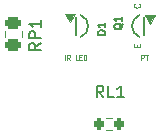
<source format=gto>
G04 #@! TF.GenerationSoftware,KiCad,Pcbnew,(6.0.2-0)*
G04 #@! TF.CreationDate,2022-08-03T13:24:13+02:00*
G04 #@! TF.ProjectId,optical-amoeba,6f707469-6361-46c2-9d61-6d6f6562612e,rev?*
G04 #@! TF.SameCoordinates,Original*
G04 #@! TF.FileFunction,Legend,Top*
G04 #@! TF.FilePolarity,Positive*
%FSLAX46Y46*%
G04 Gerber Fmt 4.6, Leading zero omitted, Abs format (unit mm)*
G04 Created by KiCad (PCBNEW (6.0.2-0)) date 2022-08-03 13:24:13*
%MOMM*%
%LPD*%
G01*
G04 APERTURE LIST*
G04 Aperture macros list*
%AMRoundRect*
0 Rectangle with rounded corners*
0 $1 Rounding radius*
0 $2 $3 $4 $5 $6 $7 $8 $9 X,Y pos of 4 corners*
0 Add a 4 corners polygon primitive as box body*
4,1,4,$2,$3,$4,$5,$6,$7,$8,$9,$2,$3,0*
0 Add four circle primitives for the rounded corners*
1,1,$1+$1,$2,$3*
1,1,$1+$1,$4,$5*
1,1,$1+$1,$6,$7*
1,1,$1+$1,$8,$9*
0 Add four rect primitives between the rounded corners*
20,1,$1+$1,$2,$3,$4,$5,0*
20,1,$1+$1,$4,$5,$6,$7,0*
20,1,$1+$1,$6,$7,$8,$9,0*
20,1,$1+$1,$8,$9,$2,$3,0*%
G04 Aperture macros list end*
%ADD10C,0.100000*%
%ADD11C,0.150000*%
%ADD12C,0.125000*%
%ADD13C,0.120000*%
%ADD14C,0.127000*%
%ADD15RoundRect,0.250000X0.450000X-0.262500X0.450000X0.262500X-0.450000X0.262500X-0.450000X-0.262500X0*%
%ADD16RoundRect,0.200000X0.200000X0.275000X-0.200000X0.275000X-0.200000X-0.275000X0.200000X-0.275000X0*%
%ADD17R,1.400000X0.800000*%
%ADD18R,1.400000X1.000000*%
%ADD19R,2.500000X1.500000*%
%ADD20R,1.500000X2.500000*%
G04 APERTURE END LIST*
D10*
X96194761Y-102880952D02*
X96194761Y-102480952D01*
X96613809Y-102880952D02*
X96480476Y-102690476D01*
X96385238Y-102880952D02*
X96385238Y-102480952D01*
X96537619Y-102480952D01*
X96575714Y-102500000D01*
X96594761Y-102519047D01*
X96613809Y-102557142D01*
X96613809Y-102614285D01*
X96594761Y-102652380D01*
X96575714Y-102671428D01*
X96537619Y-102690476D01*
X96385238Y-102690476D01*
X97280476Y-102880952D02*
X97090000Y-102880952D01*
X97090000Y-102480952D01*
X97413809Y-102671428D02*
X97547142Y-102671428D01*
X97604285Y-102880952D02*
X97413809Y-102880952D01*
X97413809Y-102480952D01*
X97604285Y-102480952D01*
X97775714Y-102880952D02*
X97775714Y-102480952D01*
X97870952Y-102480952D01*
X97928095Y-102500000D01*
X97966190Y-102538095D01*
X97985238Y-102576190D01*
X98004285Y-102652380D01*
X98004285Y-102709523D01*
X97985238Y-102785714D01*
X97966190Y-102823809D01*
X97928095Y-102861904D01*
X97870952Y-102880952D01*
X97775714Y-102880952D01*
X102642857Y-102880952D02*
X102642857Y-102480952D01*
X102795238Y-102480952D01*
X102833333Y-102500000D01*
X102852380Y-102519047D01*
X102871428Y-102557142D01*
X102871428Y-102614285D01*
X102852380Y-102652380D01*
X102833333Y-102671428D01*
X102795238Y-102690476D01*
X102642857Y-102690476D01*
X102985714Y-102480952D02*
X103214285Y-102480952D01*
X103100000Y-102880952D02*
X103100000Y-102480952D01*
D11*
X94152380Y-101466666D02*
X93676190Y-101800000D01*
X94152380Y-102038095D02*
X93152380Y-102038095D01*
X93152380Y-101657142D01*
X93200000Y-101561904D01*
X93247619Y-101514285D01*
X93342857Y-101466666D01*
X93485714Y-101466666D01*
X93580952Y-101514285D01*
X93628571Y-101561904D01*
X93676190Y-101657142D01*
X93676190Y-102038095D01*
X94152380Y-101038095D02*
X93152380Y-101038095D01*
X93152380Y-100657142D01*
X93200000Y-100561904D01*
X93247619Y-100514285D01*
X93342857Y-100466666D01*
X93485714Y-100466666D01*
X93580952Y-100514285D01*
X93628571Y-100561904D01*
X93676190Y-100657142D01*
X93676190Y-101038095D01*
X94152380Y-99514285D02*
X94152380Y-100085714D01*
X94152380Y-99800000D02*
X93152380Y-99800000D01*
X93295238Y-99895238D01*
X93390476Y-99990476D01*
X93438095Y-100085714D01*
X99428571Y-106052380D02*
X99095238Y-105576190D01*
X98857142Y-106052380D02*
X98857142Y-105052380D01*
X99238095Y-105052380D01*
X99333333Y-105100000D01*
X99380952Y-105147619D01*
X99428571Y-105242857D01*
X99428571Y-105385714D01*
X99380952Y-105480952D01*
X99333333Y-105528571D01*
X99238095Y-105576190D01*
X98857142Y-105576190D01*
X100333333Y-106052380D02*
X99857142Y-106052380D01*
X99857142Y-105052380D01*
X101190476Y-106052380D02*
X100619047Y-106052380D01*
X100904761Y-106052380D02*
X100904761Y-105052380D01*
X100809523Y-105195238D01*
X100714285Y-105290476D01*
X100619047Y-105338095D01*
X99578703Y-100737710D02*
X98938703Y-100737710D01*
X98938703Y-100585330D01*
X98969180Y-100493901D01*
X99030132Y-100432949D01*
X99091084Y-100402472D01*
X99212989Y-100371996D01*
X99304418Y-100371996D01*
X99426322Y-100402472D01*
X99487275Y-100432949D01*
X99548227Y-100493901D01*
X99578703Y-100585330D01*
X99578703Y-100737710D01*
X99578703Y-99762472D02*
X99578703Y-100128187D01*
X99578703Y-99945330D02*
X98938703Y-99945330D01*
X99030132Y-100006282D01*
X99091084Y-100067234D01*
X99121560Y-100128187D01*
X101061296Y-99808122D02*
X101030820Y-99869074D01*
X100969867Y-99930027D01*
X100878439Y-100021455D01*
X100847962Y-100082408D01*
X100847962Y-100143360D01*
X101000343Y-100112884D02*
X100969867Y-100173836D01*
X100908915Y-100234789D01*
X100787010Y-100265265D01*
X100573677Y-100265265D01*
X100451772Y-100234789D01*
X100390820Y-100173836D01*
X100360343Y-100112884D01*
X100360343Y-99990979D01*
X100390820Y-99930027D01*
X100451772Y-99869074D01*
X100573677Y-99838598D01*
X100787010Y-99838598D01*
X100908915Y-99869074D01*
X100969867Y-99930027D01*
X101000343Y-99990979D01*
X101000343Y-100112884D01*
X101000343Y-99229074D02*
X101000343Y-99594789D01*
X101000343Y-99411931D02*
X100360343Y-99411931D01*
X100451772Y-99472884D01*
X100512724Y-99533836D01*
X100543200Y-99594789D01*
D12*
X102264285Y-101807142D02*
X102264285Y-101640476D01*
X102526190Y-101569047D02*
X102526190Y-101807142D01*
X102026190Y-101807142D01*
X102026190Y-101569047D01*
X102478571Y-98145238D02*
X102502380Y-98169047D01*
X102526190Y-98240476D01*
X102526190Y-98288095D01*
X102502380Y-98359523D01*
X102454761Y-98407142D01*
X102407142Y-98430952D01*
X102311904Y-98454761D01*
X102240476Y-98454761D01*
X102145238Y-98430952D01*
X102097619Y-98407142D01*
X102050000Y-98359523D01*
X102026190Y-98288095D01*
X102026190Y-98240476D01*
X102050000Y-98169047D01*
X102073809Y-98145238D01*
D13*
X91065000Y-100927064D02*
X91065000Y-100472936D01*
X92535000Y-100927064D02*
X92535000Y-100472936D01*
X100137258Y-107777500D02*
X99662742Y-107777500D01*
X100137258Y-108822500D02*
X99662742Y-108822500D01*
D14*
X97150000Y-100792500D02*
X97150000Y-99232500D01*
X97480000Y-100957500D02*
G75*
G03*
X97480000Y-99067500I-334642J945000D01*
G01*
D13*
X96600000Y-99712500D02*
X96200000Y-99012500D01*
X96200000Y-99012500D02*
X97000000Y-99012500D01*
X97000000Y-99012500D02*
X96600000Y-99712500D01*
G36*
X96600000Y-99712500D02*
G01*
X96200000Y-99012500D01*
X97000000Y-99012500D01*
X96600000Y-99712500D01*
G37*
X96600000Y-99712500D02*
X96200000Y-99012500D01*
X97000000Y-99012500D01*
X96600000Y-99712500D01*
D14*
X102850000Y-99230000D02*
X102850000Y-100790000D01*
X102520000Y-99065000D02*
G75*
G03*
X102520000Y-100955000I334642J-945000D01*
G01*
D13*
X103800000Y-99100000D02*
X103400000Y-99800000D01*
X103400000Y-99800000D02*
X103000000Y-99100000D01*
X103000000Y-99100000D02*
X103800000Y-99100000D01*
G36*
X103400000Y-99800000D02*
G01*
X103000000Y-99100000D01*
X103800000Y-99100000D01*
X103400000Y-99800000D01*
G37*
X103400000Y-99800000D02*
X103000000Y-99100000D01*
X103800000Y-99100000D01*
X103400000Y-99800000D01*
%LPC*%
D15*
X91800000Y-101612500D03*
X91800000Y-99787500D03*
D16*
X100725000Y-108300000D03*
X99075000Y-108300000D03*
D17*
X96600000Y-98512500D03*
X96600000Y-101512500D03*
D18*
X103400000Y-98500000D03*
X103400000Y-101500000D03*
D19*
X107750000Y-104450000D03*
X107750000Y-96750000D03*
X92250000Y-104450000D03*
X92250000Y-96750000D03*
D20*
X104150000Y-107750000D03*
X95950000Y-107750000D03*
X104000000Y-92250000D03*
X96250000Y-92250000D03*
M02*

</source>
